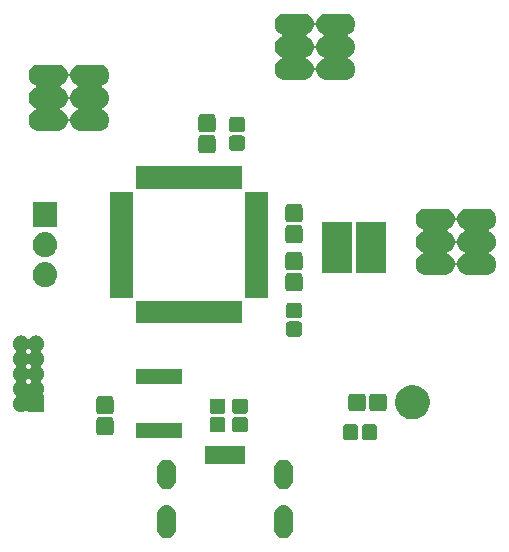
<source format=gts>
G04 #@! TF.GenerationSoftware,KiCad,Pcbnew,(5.1.0)-1*
G04 #@! TF.CreationDate,2019-04-02T16:52:53+02:00*
G04 #@! TF.ProjectId,FrogINT_PCBProto_V1811062154,46726f67-494e-4545-9f50-434250726f74,rev?*
G04 #@! TF.SameCoordinates,Original*
G04 #@! TF.FileFunction,Soldermask,Top*
G04 #@! TF.FilePolarity,Negative*
%FSLAX46Y46*%
G04 Gerber Fmt 4.6, Leading zero omitted, Abs format (unit mm)*
G04 Created by KiCad (PCBNEW (5.1.0)-1) date 2019-04-02 16:52:53*
%MOMM*%
%LPD*%
G04 APERTURE LIST*
%ADD10C,0.100000*%
G04 APERTURE END LIST*
D10*
G36*
X143706826Y-127061576D02*
G01*
X143857627Y-127107321D01*
X143857629Y-127107322D01*
X143996604Y-127181606D01*
X143996606Y-127181607D01*
X143996605Y-127181607D01*
X144118422Y-127281578D01*
X144200466Y-127381550D01*
X144218394Y-127403395D01*
X144292678Y-127542370D01*
X144292679Y-127542372D01*
X144338424Y-127693173D01*
X144350000Y-127810707D01*
X144350000Y-129089293D01*
X144338424Y-129206827D01*
X144292679Y-129357628D01*
X144292678Y-129357630D01*
X144218394Y-129496605D01*
X144118422Y-129618422D01*
X143996605Y-129718394D01*
X143857630Y-129792678D01*
X143857628Y-129792679D01*
X143706827Y-129838424D01*
X143550000Y-129853870D01*
X143393174Y-129838424D01*
X143242373Y-129792679D01*
X143242371Y-129792678D01*
X143103396Y-129718394D01*
X142981579Y-129618422D01*
X142881607Y-129496605D01*
X142807323Y-129357630D01*
X142807322Y-129357628D01*
X142761577Y-129206827D01*
X142750001Y-129089293D01*
X142750000Y-127810708D01*
X142761576Y-127693174D01*
X142807321Y-127542373D01*
X142881607Y-127403395D01*
X142981578Y-127281578D01*
X143103394Y-127181607D01*
X143103393Y-127181607D01*
X143103395Y-127181606D01*
X143242370Y-127107322D01*
X143242372Y-127107321D01*
X143393173Y-127061576D01*
X143550000Y-127046130D01*
X143706826Y-127061576D01*
X143706826Y-127061576D01*
G37*
G36*
X153606826Y-127061576D02*
G01*
X153757627Y-127107321D01*
X153757629Y-127107322D01*
X153896604Y-127181606D01*
X153896606Y-127181607D01*
X153896605Y-127181607D01*
X154018422Y-127281578D01*
X154100466Y-127381550D01*
X154118394Y-127403395D01*
X154192678Y-127542370D01*
X154192679Y-127542372D01*
X154238424Y-127693173D01*
X154250000Y-127810707D01*
X154250000Y-129089293D01*
X154238424Y-129206827D01*
X154192679Y-129357628D01*
X154192678Y-129357630D01*
X154118394Y-129496605D01*
X154018422Y-129618422D01*
X153896605Y-129718394D01*
X153757630Y-129792678D01*
X153757628Y-129792679D01*
X153606827Y-129838424D01*
X153450000Y-129853870D01*
X153293174Y-129838424D01*
X153142373Y-129792679D01*
X153142371Y-129792678D01*
X153003396Y-129718394D01*
X152881579Y-129618422D01*
X152781607Y-129496605D01*
X152707323Y-129357630D01*
X152707322Y-129357628D01*
X152661577Y-129206827D01*
X152650001Y-129089293D01*
X152650000Y-127810708D01*
X152661576Y-127693174D01*
X152707321Y-127542373D01*
X152781607Y-127403395D01*
X152881578Y-127281578D01*
X153003394Y-127181607D01*
X153003393Y-127181607D01*
X153003395Y-127181606D01*
X153142370Y-127107322D01*
X153142372Y-127107321D01*
X153293173Y-127061576D01*
X153450000Y-127046130D01*
X153606826Y-127061576D01*
X153606826Y-127061576D01*
G37*
G36*
X153606826Y-123211576D02*
G01*
X153757627Y-123257321D01*
X153757629Y-123257322D01*
X153896604Y-123331606D01*
X153896606Y-123331607D01*
X153896605Y-123331607D01*
X154018422Y-123431578D01*
X154100466Y-123531550D01*
X154118394Y-123553395D01*
X154192678Y-123692370D01*
X154192679Y-123692372D01*
X154238424Y-123843173D01*
X154250000Y-123960707D01*
X154250000Y-124939293D01*
X154238424Y-125056827D01*
X154192679Y-125207628D01*
X154192678Y-125207630D01*
X154118394Y-125346605D01*
X154018422Y-125468422D01*
X153896605Y-125568394D01*
X153757630Y-125642678D01*
X153757628Y-125642679D01*
X153606827Y-125688424D01*
X153450000Y-125703870D01*
X153293174Y-125688424D01*
X153142373Y-125642679D01*
X153142371Y-125642678D01*
X153003396Y-125568394D01*
X152881579Y-125468422D01*
X152781607Y-125346605D01*
X152707323Y-125207630D01*
X152707322Y-125207628D01*
X152661577Y-125056827D01*
X152650000Y-124939293D01*
X152650000Y-123960708D01*
X152661576Y-123843174D01*
X152707321Y-123692373D01*
X152781607Y-123553395D01*
X152881578Y-123431578D01*
X153003394Y-123331607D01*
X153003393Y-123331607D01*
X153003395Y-123331606D01*
X153142370Y-123257322D01*
X153142372Y-123257321D01*
X153293173Y-123211576D01*
X153450000Y-123196130D01*
X153606826Y-123211576D01*
X153606826Y-123211576D01*
G37*
G36*
X143706826Y-123211576D02*
G01*
X143857627Y-123257321D01*
X143857629Y-123257322D01*
X143996604Y-123331606D01*
X143996606Y-123331607D01*
X143996605Y-123331607D01*
X144118422Y-123431578D01*
X144200466Y-123531550D01*
X144218394Y-123553395D01*
X144292678Y-123692370D01*
X144292679Y-123692372D01*
X144338424Y-123843173D01*
X144350000Y-123960707D01*
X144350000Y-124939293D01*
X144338424Y-125056827D01*
X144292679Y-125207628D01*
X144292678Y-125207630D01*
X144218394Y-125346605D01*
X144118422Y-125468422D01*
X143996605Y-125568394D01*
X143857630Y-125642678D01*
X143857628Y-125642679D01*
X143706827Y-125688424D01*
X143550000Y-125703870D01*
X143393174Y-125688424D01*
X143242373Y-125642679D01*
X143242371Y-125642678D01*
X143103396Y-125568394D01*
X142981579Y-125468422D01*
X142881607Y-125346605D01*
X142807323Y-125207630D01*
X142807322Y-125207628D01*
X142761577Y-125056827D01*
X142750000Y-124939293D01*
X142750000Y-123960708D01*
X142761576Y-123843174D01*
X142807321Y-123692373D01*
X142881607Y-123553395D01*
X142981578Y-123431578D01*
X143103394Y-123331607D01*
X143103393Y-123331607D01*
X143103395Y-123331606D01*
X143242370Y-123257322D01*
X143242372Y-123257321D01*
X143393173Y-123211576D01*
X143550000Y-123196130D01*
X143706826Y-123211576D01*
X143706826Y-123211576D01*
G37*
G36*
X150225000Y-123580000D02*
G01*
X146775000Y-123580000D01*
X146775000Y-122080000D01*
X150225000Y-122080000D01*
X150225000Y-123580000D01*
X150225000Y-123580000D01*
G37*
G36*
X159573622Y-120205517D02*
G01*
X159621585Y-120220066D01*
X159665778Y-120243688D01*
X159704519Y-120275481D01*
X159736312Y-120314222D01*
X159759934Y-120358415D01*
X159774483Y-120406378D01*
X159780000Y-120462391D01*
X159780000Y-121287609D01*
X159774483Y-121343622D01*
X159759934Y-121391585D01*
X159736312Y-121435778D01*
X159704519Y-121474519D01*
X159665778Y-121506312D01*
X159621585Y-121529934D01*
X159573622Y-121544483D01*
X159517609Y-121550000D01*
X158767391Y-121550000D01*
X158711378Y-121544483D01*
X158663415Y-121529934D01*
X158619222Y-121506312D01*
X158580481Y-121474519D01*
X158548688Y-121435778D01*
X158525066Y-121391585D01*
X158510517Y-121343622D01*
X158505000Y-121287609D01*
X158505000Y-120462391D01*
X158510517Y-120406378D01*
X158525066Y-120358415D01*
X158548688Y-120314222D01*
X158580481Y-120275481D01*
X158619222Y-120243688D01*
X158663415Y-120220066D01*
X158711378Y-120205517D01*
X158767391Y-120200000D01*
X159517609Y-120200000D01*
X159573622Y-120205517D01*
X159573622Y-120205517D01*
G37*
G36*
X161148622Y-120205517D02*
G01*
X161196585Y-120220066D01*
X161240778Y-120243688D01*
X161279519Y-120275481D01*
X161311312Y-120314222D01*
X161334934Y-120358415D01*
X161349483Y-120406378D01*
X161355000Y-120462391D01*
X161355000Y-121287609D01*
X161349483Y-121343622D01*
X161334934Y-121391585D01*
X161311312Y-121435778D01*
X161279519Y-121474519D01*
X161240778Y-121506312D01*
X161196585Y-121529934D01*
X161148622Y-121544483D01*
X161092609Y-121550000D01*
X160342391Y-121550000D01*
X160286378Y-121544483D01*
X160238415Y-121529934D01*
X160194222Y-121506312D01*
X160155481Y-121474519D01*
X160123688Y-121435778D01*
X160100066Y-121391585D01*
X160085517Y-121343622D01*
X160080000Y-121287609D01*
X160080000Y-120462391D01*
X160085517Y-120406378D01*
X160100066Y-120358415D01*
X160123688Y-120314222D01*
X160155481Y-120275481D01*
X160194222Y-120243688D01*
X160238415Y-120220066D01*
X160286378Y-120205517D01*
X160342391Y-120200000D01*
X161092609Y-120200000D01*
X161148622Y-120205517D01*
X161148622Y-120205517D01*
G37*
G36*
X144827000Y-121387000D02*
G01*
X140997000Y-121387000D01*
X140997000Y-120137000D01*
X144827000Y-120137000D01*
X144827000Y-121387000D01*
X144827000Y-121387000D01*
G37*
G36*
X138839698Y-119608968D02*
G01*
X138892067Y-119624855D01*
X138940328Y-119650651D01*
X138982632Y-119685368D01*
X139017349Y-119727672D01*
X139043145Y-119775933D01*
X139059032Y-119828302D01*
X139065000Y-119888900D01*
X139065000Y-120842100D01*
X139059032Y-120902698D01*
X139043145Y-120955067D01*
X139017349Y-121003328D01*
X138982632Y-121045632D01*
X138940328Y-121080349D01*
X138892067Y-121106145D01*
X138839698Y-121122032D01*
X138779100Y-121128000D01*
X137900900Y-121128000D01*
X137840302Y-121122032D01*
X137787933Y-121106145D01*
X137739672Y-121080349D01*
X137697368Y-121045632D01*
X137662651Y-121003328D01*
X137636855Y-120955067D01*
X137620968Y-120902698D01*
X137615000Y-120842100D01*
X137615000Y-119888900D01*
X137620968Y-119828302D01*
X137636855Y-119775933D01*
X137662651Y-119727672D01*
X137697368Y-119685368D01*
X137739672Y-119650651D01*
X137787933Y-119624855D01*
X137840302Y-119608968D01*
X137900900Y-119603000D01*
X138779100Y-119603000D01*
X138839698Y-119608968D01*
X138839698Y-119608968D01*
G37*
G36*
X150238622Y-119607517D02*
G01*
X150286585Y-119622066D01*
X150330778Y-119645688D01*
X150369519Y-119677481D01*
X150401312Y-119716222D01*
X150424934Y-119760415D01*
X150439483Y-119808378D01*
X150445000Y-119864391D01*
X150445000Y-120614609D01*
X150439483Y-120670622D01*
X150424934Y-120718585D01*
X150401312Y-120762778D01*
X150369519Y-120801519D01*
X150330778Y-120833312D01*
X150286585Y-120856934D01*
X150238622Y-120871483D01*
X150182609Y-120877000D01*
X149357391Y-120877000D01*
X149301378Y-120871483D01*
X149253415Y-120856934D01*
X149209222Y-120833312D01*
X149170481Y-120801519D01*
X149138688Y-120762778D01*
X149115066Y-120718585D01*
X149100517Y-120670622D01*
X149095000Y-120614609D01*
X149095000Y-119864391D01*
X149100517Y-119808378D01*
X149115066Y-119760415D01*
X149138688Y-119716222D01*
X149170481Y-119677481D01*
X149209222Y-119645688D01*
X149253415Y-119622066D01*
X149301378Y-119607517D01*
X149357391Y-119602000D01*
X150182609Y-119602000D01*
X150238622Y-119607517D01*
X150238622Y-119607517D01*
G37*
G36*
X148333622Y-119607517D02*
G01*
X148381585Y-119622066D01*
X148425778Y-119645688D01*
X148464519Y-119677481D01*
X148496312Y-119716222D01*
X148519934Y-119760415D01*
X148534483Y-119808378D01*
X148540000Y-119864391D01*
X148540000Y-120614609D01*
X148534483Y-120670622D01*
X148519934Y-120718585D01*
X148496312Y-120762778D01*
X148464519Y-120801519D01*
X148425778Y-120833312D01*
X148381585Y-120856934D01*
X148333622Y-120871483D01*
X148277609Y-120877000D01*
X147452391Y-120877000D01*
X147396378Y-120871483D01*
X147348415Y-120856934D01*
X147304222Y-120833312D01*
X147265481Y-120801519D01*
X147233688Y-120762778D01*
X147210066Y-120718585D01*
X147195517Y-120670622D01*
X147190000Y-120614609D01*
X147190000Y-119864391D01*
X147195517Y-119808378D01*
X147210066Y-119760415D01*
X147233688Y-119716222D01*
X147265481Y-119677481D01*
X147304222Y-119645688D01*
X147348415Y-119622066D01*
X147396378Y-119607517D01*
X147452391Y-119602000D01*
X148277609Y-119602000D01*
X148333622Y-119607517D01*
X148333622Y-119607517D01*
G37*
G36*
X164797948Y-116940722D02*
G01*
X165061831Y-117050026D01*
X165061833Y-117050027D01*
X165299321Y-117208711D01*
X165501289Y-117410679D01*
X165652030Y-117636280D01*
X165659974Y-117648169D01*
X165769278Y-117912052D01*
X165825000Y-118192186D01*
X165825000Y-118477814D01*
X165769278Y-118757948D01*
X165659974Y-119021831D01*
X165659973Y-119021833D01*
X165501289Y-119259321D01*
X165299321Y-119461289D01*
X165061833Y-119619973D01*
X165061832Y-119619974D01*
X165061831Y-119619974D01*
X164797948Y-119729278D01*
X164517814Y-119785000D01*
X164232186Y-119785000D01*
X163952052Y-119729278D01*
X163688169Y-119619974D01*
X163688168Y-119619974D01*
X163688167Y-119619973D01*
X163450679Y-119461289D01*
X163248711Y-119259321D01*
X163090027Y-119021833D01*
X163090026Y-119021831D01*
X162980722Y-118757948D01*
X162925000Y-118477814D01*
X162925000Y-118192186D01*
X162980722Y-117912052D01*
X163090026Y-117648169D01*
X163097970Y-117636280D01*
X163248711Y-117410679D01*
X163450679Y-117208711D01*
X163688167Y-117050027D01*
X163688169Y-117050026D01*
X163952052Y-116940722D01*
X164232186Y-116885000D01*
X164517814Y-116885000D01*
X164797948Y-116940722D01*
X164797948Y-116940722D01*
G37*
G36*
X138839698Y-117833968D02*
G01*
X138892067Y-117849855D01*
X138940328Y-117875651D01*
X138982632Y-117910368D01*
X139017349Y-117952672D01*
X139043145Y-118000933D01*
X139059032Y-118053302D01*
X139065000Y-118113900D01*
X139065000Y-119067100D01*
X139059032Y-119127698D01*
X139043145Y-119180067D01*
X139017349Y-119228328D01*
X138982632Y-119270632D01*
X138940328Y-119305349D01*
X138892067Y-119331145D01*
X138839698Y-119347032D01*
X138779100Y-119353000D01*
X137900900Y-119353000D01*
X137840302Y-119347032D01*
X137787933Y-119331145D01*
X137739672Y-119305349D01*
X137697368Y-119270632D01*
X137662651Y-119228328D01*
X137636855Y-119180067D01*
X137620968Y-119127698D01*
X137615000Y-119067100D01*
X137615000Y-118113900D01*
X137620968Y-118053302D01*
X137636855Y-118000933D01*
X137662651Y-117952672D01*
X137697368Y-117910368D01*
X137739672Y-117875651D01*
X137787933Y-117849855D01*
X137840302Y-117833968D01*
X137900900Y-117828000D01*
X138779100Y-117828000D01*
X138839698Y-117833968D01*
X138839698Y-117833968D01*
G37*
G36*
X150238622Y-118032517D02*
G01*
X150286585Y-118047066D01*
X150330778Y-118070688D01*
X150369519Y-118102481D01*
X150401312Y-118141222D01*
X150424934Y-118185415D01*
X150439483Y-118233378D01*
X150445000Y-118289391D01*
X150445000Y-119039609D01*
X150439483Y-119095622D01*
X150424934Y-119143585D01*
X150401312Y-119187778D01*
X150369519Y-119226519D01*
X150330778Y-119258312D01*
X150286585Y-119281934D01*
X150238622Y-119296483D01*
X150182609Y-119302000D01*
X149357391Y-119302000D01*
X149301378Y-119296483D01*
X149253415Y-119281934D01*
X149209222Y-119258312D01*
X149170481Y-119226519D01*
X149138688Y-119187778D01*
X149115066Y-119143585D01*
X149100517Y-119095622D01*
X149095000Y-119039609D01*
X149095000Y-118289391D01*
X149100517Y-118233378D01*
X149115066Y-118185415D01*
X149138688Y-118141222D01*
X149170481Y-118102481D01*
X149209222Y-118070688D01*
X149253415Y-118047066D01*
X149301378Y-118032517D01*
X149357391Y-118027000D01*
X150182609Y-118027000D01*
X150238622Y-118032517D01*
X150238622Y-118032517D01*
G37*
G36*
X148333622Y-118032517D02*
G01*
X148381585Y-118047066D01*
X148425778Y-118070688D01*
X148464519Y-118102481D01*
X148496312Y-118141222D01*
X148519934Y-118185415D01*
X148534483Y-118233378D01*
X148540000Y-118289391D01*
X148540000Y-119039609D01*
X148534483Y-119095622D01*
X148519934Y-119143585D01*
X148496312Y-119187778D01*
X148464519Y-119226519D01*
X148425778Y-119258312D01*
X148381585Y-119281934D01*
X148333622Y-119296483D01*
X148277609Y-119302000D01*
X147452391Y-119302000D01*
X147396378Y-119296483D01*
X147348415Y-119281934D01*
X147304222Y-119258312D01*
X147265481Y-119226519D01*
X147233688Y-119187778D01*
X147210066Y-119143585D01*
X147195517Y-119095622D01*
X147190000Y-119039609D01*
X147190000Y-118289391D01*
X147195517Y-118233378D01*
X147210066Y-118185415D01*
X147233688Y-118141222D01*
X147265481Y-118102481D01*
X147304222Y-118070688D01*
X147348415Y-118047066D01*
X147396378Y-118032517D01*
X147452391Y-118027000D01*
X148277609Y-118027000D01*
X148333622Y-118032517D01*
X148333622Y-118032517D01*
G37*
G36*
X131432182Y-112708900D02*
G01*
X131559573Y-112761667D01*
X131571270Y-112769483D01*
X131674224Y-112838274D01*
X131771726Y-112935776D01*
X131771727Y-112935778D01*
X131774612Y-112938663D01*
X131793554Y-112954208D01*
X131815165Y-112965759D01*
X131838614Y-112972872D01*
X131863000Y-112975274D01*
X131887386Y-112972872D01*
X131910835Y-112965759D01*
X131932446Y-112954208D01*
X131951388Y-112938663D01*
X131954273Y-112935778D01*
X131954274Y-112935776D01*
X132051776Y-112838274D01*
X132154730Y-112769483D01*
X132166427Y-112761667D01*
X132293818Y-112708900D01*
X132429055Y-112682000D01*
X132566945Y-112682000D01*
X132702182Y-112708900D01*
X132829573Y-112761667D01*
X132841270Y-112769483D01*
X132944224Y-112838274D01*
X133041726Y-112935776D01*
X133068117Y-112975274D01*
X133118333Y-113050427D01*
X133171100Y-113177818D01*
X133198000Y-113313055D01*
X133198000Y-113450945D01*
X133171100Y-113586182D01*
X133118333Y-113713573D01*
X133118332Y-113713574D01*
X133041726Y-113828224D01*
X132944224Y-113925726D01*
X132944221Y-113925728D01*
X132941337Y-113928612D01*
X132925792Y-113947554D01*
X132914241Y-113969165D01*
X132907128Y-113992614D01*
X132904726Y-114017000D01*
X132907128Y-114041386D01*
X132914241Y-114064835D01*
X132925792Y-114086446D01*
X132941337Y-114105388D01*
X132944221Y-114108272D01*
X132944224Y-114108274D01*
X133041726Y-114205776D01*
X133068117Y-114245274D01*
X133118333Y-114320427D01*
X133171100Y-114447818D01*
X133198000Y-114583055D01*
X133198000Y-114720945D01*
X133171100Y-114856182D01*
X133118333Y-114983573D01*
X133118332Y-114983574D01*
X133041726Y-115098224D01*
X132944224Y-115195726D01*
X132944221Y-115195728D01*
X132941337Y-115198612D01*
X132925792Y-115217554D01*
X132914241Y-115239165D01*
X132907128Y-115262614D01*
X132904726Y-115287000D01*
X132907128Y-115311386D01*
X132914241Y-115334835D01*
X132925792Y-115356446D01*
X132941337Y-115375388D01*
X132944221Y-115378272D01*
X132944224Y-115378274D01*
X133041726Y-115475776D01*
X133068117Y-115515274D01*
X133118333Y-115590427D01*
X133171100Y-115717818D01*
X133198000Y-115853055D01*
X133198000Y-115990945D01*
X133171100Y-116126182D01*
X133118333Y-116253573D01*
X133118332Y-116253574D01*
X133041726Y-116368224D01*
X132944224Y-116465726D01*
X132944221Y-116465728D01*
X132941337Y-116468612D01*
X132925792Y-116487554D01*
X132914241Y-116509165D01*
X132907128Y-116532614D01*
X132904726Y-116557000D01*
X132907128Y-116581386D01*
X132914241Y-116604835D01*
X132925792Y-116626446D01*
X132941337Y-116645388D01*
X132944221Y-116648272D01*
X132944224Y-116648274D01*
X133041726Y-116745776D01*
X133068117Y-116785274D01*
X133118333Y-116860427D01*
X133171100Y-116987818D01*
X133198000Y-117123055D01*
X133198000Y-117260945D01*
X133171100Y-117396182D01*
X133118333Y-117523573D01*
X133088945Y-117567555D01*
X133077394Y-117589165D01*
X133070281Y-117612614D01*
X133067879Y-117637000D01*
X133070281Y-117661387D01*
X133077394Y-117684836D01*
X133088945Y-117706446D01*
X133104490Y-117725388D01*
X133123432Y-117740934D01*
X133145042Y-117752485D01*
X133168491Y-117759598D01*
X133192878Y-117762000D01*
X133198000Y-117762000D01*
X133198000Y-119162000D01*
X131798000Y-119162000D01*
X131798000Y-119156878D01*
X131795598Y-119132492D01*
X131788485Y-119109043D01*
X131776934Y-119087432D01*
X131761389Y-119068490D01*
X131742447Y-119052945D01*
X131720836Y-119041394D01*
X131697387Y-119034281D01*
X131673001Y-119031879D01*
X131648615Y-119034281D01*
X131625166Y-119041394D01*
X131603555Y-119052945D01*
X131559573Y-119082333D01*
X131432182Y-119135100D01*
X131296945Y-119162000D01*
X131159055Y-119162000D01*
X131023818Y-119135100D01*
X130896427Y-119082333D01*
X130805879Y-119021831D01*
X130781776Y-119005726D01*
X130684274Y-118908224D01*
X130607668Y-118793574D01*
X130607667Y-118793573D01*
X130554900Y-118666182D01*
X130528000Y-118530945D01*
X130528000Y-118393055D01*
X130554900Y-118257818D01*
X130607667Y-118130427D01*
X130673088Y-118032517D01*
X130684274Y-118015776D01*
X130781776Y-117918274D01*
X130781779Y-117918272D01*
X130784663Y-117915388D01*
X130800208Y-117896446D01*
X130811759Y-117874835D01*
X130818872Y-117851386D01*
X130821274Y-117827000D01*
X130818872Y-117802614D01*
X130811759Y-117779165D01*
X130800208Y-117757554D01*
X130784663Y-117738612D01*
X130781779Y-117735728D01*
X130781776Y-117735726D01*
X130684274Y-117638224D01*
X130607668Y-117523574D01*
X130607667Y-117523573D01*
X130554900Y-117396182D01*
X130528000Y-117260945D01*
X130528000Y-117123055D01*
X130554900Y-116987818D01*
X130607667Y-116860427D01*
X130657883Y-116785274D01*
X130684274Y-116745776D01*
X130781776Y-116648274D01*
X130781779Y-116648272D01*
X130784663Y-116645388D01*
X130800208Y-116626446D01*
X130811759Y-116604835D01*
X130818872Y-116581386D01*
X130821274Y-116557000D01*
X131634726Y-116557000D01*
X131637128Y-116581386D01*
X131644241Y-116604835D01*
X131655792Y-116626446D01*
X131671337Y-116645388D01*
X131674221Y-116648272D01*
X131674224Y-116648274D01*
X131771726Y-116745776D01*
X131771727Y-116745778D01*
X131774612Y-116748663D01*
X131793554Y-116764208D01*
X131815165Y-116775759D01*
X131838614Y-116782872D01*
X131863000Y-116785274D01*
X131887386Y-116782872D01*
X131910835Y-116775759D01*
X131932446Y-116764208D01*
X131951388Y-116748663D01*
X131954273Y-116745778D01*
X131954274Y-116745776D01*
X132051776Y-116648274D01*
X132051779Y-116648272D01*
X132054663Y-116645388D01*
X132070208Y-116626446D01*
X132081759Y-116604835D01*
X132088872Y-116581386D01*
X132091274Y-116557000D01*
X132088872Y-116532614D01*
X132081759Y-116509165D01*
X132070208Y-116487554D01*
X132054663Y-116468612D01*
X132051779Y-116465728D01*
X132051776Y-116465726D01*
X131954274Y-116368224D01*
X131954272Y-116368221D01*
X131951388Y-116365337D01*
X131932446Y-116349792D01*
X131910835Y-116338241D01*
X131887386Y-116331128D01*
X131863000Y-116328726D01*
X131838614Y-116331128D01*
X131815165Y-116338241D01*
X131793554Y-116349792D01*
X131774612Y-116365337D01*
X131771728Y-116368221D01*
X131771726Y-116368224D01*
X131674224Y-116465726D01*
X131674221Y-116465728D01*
X131671337Y-116468612D01*
X131655792Y-116487554D01*
X131644241Y-116509165D01*
X131637128Y-116532614D01*
X131634726Y-116557000D01*
X130821274Y-116557000D01*
X130818872Y-116532614D01*
X130811759Y-116509165D01*
X130800208Y-116487554D01*
X130784663Y-116468612D01*
X130781779Y-116465728D01*
X130781776Y-116465726D01*
X130684274Y-116368224D01*
X130607668Y-116253574D01*
X130607667Y-116253573D01*
X130554900Y-116126182D01*
X130528000Y-115990945D01*
X130528000Y-115853055D01*
X130554900Y-115717818D01*
X130607667Y-115590427D01*
X130657883Y-115515274D01*
X130684274Y-115475776D01*
X130781776Y-115378274D01*
X130781779Y-115378272D01*
X130784663Y-115375388D01*
X130800208Y-115356446D01*
X130811759Y-115334835D01*
X130818872Y-115311386D01*
X130821274Y-115287000D01*
X131634726Y-115287000D01*
X131637128Y-115311386D01*
X131644241Y-115334835D01*
X131655792Y-115356446D01*
X131671337Y-115375388D01*
X131674221Y-115378272D01*
X131674224Y-115378274D01*
X131771726Y-115475776D01*
X131771727Y-115475778D01*
X131774612Y-115478663D01*
X131793554Y-115494208D01*
X131815165Y-115505759D01*
X131838614Y-115512872D01*
X131863000Y-115515274D01*
X131887386Y-115512872D01*
X131910835Y-115505759D01*
X131932446Y-115494208D01*
X131951388Y-115478663D01*
X131954273Y-115475778D01*
X131954274Y-115475776D01*
X132051776Y-115378274D01*
X132051779Y-115378272D01*
X132054663Y-115375388D01*
X132070208Y-115356446D01*
X132081759Y-115334835D01*
X132088872Y-115311386D01*
X132091274Y-115287000D01*
X132088872Y-115262614D01*
X132081759Y-115239165D01*
X132070208Y-115217554D01*
X132054663Y-115198612D01*
X132051779Y-115195728D01*
X132051776Y-115195726D01*
X131954274Y-115098224D01*
X131954272Y-115098221D01*
X131951388Y-115095337D01*
X131932446Y-115079792D01*
X131910835Y-115068241D01*
X131887386Y-115061128D01*
X131863000Y-115058726D01*
X131838614Y-115061128D01*
X131815165Y-115068241D01*
X131793554Y-115079792D01*
X131774612Y-115095337D01*
X131771728Y-115098221D01*
X131771726Y-115098224D01*
X131674224Y-115195726D01*
X131674221Y-115195728D01*
X131671337Y-115198612D01*
X131655792Y-115217554D01*
X131644241Y-115239165D01*
X131637128Y-115262614D01*
X131634726Y-115287000D01*
X130821274Y-115287000D01*
X130818872Y-115262614D01*
X130811759Y-115239165D01*
X130800208Y-115217554D01*
X130784663Y-115198612D01*
X130781779Y-115195728D01*
X130781776Y-115195726D01*
X130684274Y-115098224D01*
X130607668Y-114983574D01*
X130607667Y-114983573D01*
X130554900Y-114856182D01*
X130528000Y-114720945D01*
X130528000Y-114583055D01*
X130554900Y-114447818D01*
X130607667Y-114320427D01*
X130657883Y-114245274D01*
X130684274Y-114205776D01*
X130781776Y-114108274D01*
X130781779Y-114108272D01*
X130784663Y-114105388D01*
X130800208Y-114086446D01*
X130811759Y-114064835D01*
X130818872Y-114041386D01*
X130821274Y-114017000D01*
X131634726Y-114017000D01*
X131637128Y-114041386D01*
X131644241Y-114064835D01*
X131655792Y-114086446D01*
X131671337Y-114105388D01*
X131674221Y-114108272D01*
X131674224Y-114108274D01*
X131771726Y-114205776D01*
X131771727Y-114205778D01*
X131774612Y-114208663D01*
X131793554Y-114224208D01*
X131815165Y-114235759D01*
X131838614Y-114242872D01*
X131863000Y-114245274D01*
X131887386Y-114242872D01*
X131910835Y-114235759D01*
X131932446Y-114224208D01*
X131951388Y-114208663D01*
X131954273Y-114205778D01*
X131954274Y-114205776D01*
X132051776Y-114108274D01*
X132051779Y-114108272D01*
X132054663Y-114105388D01*
X132070208Y-114086446D01*
X132081759Y-114064835D01*
X132088872Y-114041386D01*
X132091274Y-114017000D01*
X132088872Y-113992614D01*
X132081759Y-113969165D01*
X132070208Y-113947554D01*
X132054663Y-113928612D01*
X132051779Y-113925728D01*
X132051776Y-113925726D01*
X131954274Y-113828224D01*
X131954272Y-113828221D01*
X131951388Y-113825337D01*
X131932446Y-113809792D01*
X131910835Y-113798241D01*
X131887386Y-113791128D01*
X131863000Y-113788726D01*
X131838614Y-113791128D01*
X131815165Y-113798241D01*
X131793554Y-113809792D01*
X131774612Y-113825337D01*
X131771728Y-113828221D01*
X131771726Y-113828224D01*
X131674224Y-113925726D01*
X131674221Y-113925728D01*
X131671337Y-113928612D01*
X131655792Y-113947554D01*
X131644241Y-113969165D01*
X131637128Y-113992614D01*
X131634726Y-114017000D01*
X130821274Y-114017000D01*
X130818872Y-113992614D01*
X130811759Y-113969165D01*
X130800208Y-113947554D01*
X130784663Y-113928612D01*
X130781779Y-113925728D01*
X130781776Y-113925726D01*
X130684274Y-113828224D01*
X130607668Y-113713574D01*
X130607667Y-113713573D01*
X130554900Y-113586182D01*
X130528000Y-113450945D01*
X130528000Y-113313055D01*
X130554900Y-113177818D01*
X130607667Y-113050427D01*
X130657883Y-112975274D01*
X130684274Y-112935776D01*
X130781776Y-112838274D01*
X130884730Y-112769483D01*
X130896427Y-112761667D01*
X131023818Y-112708900D01*
X131159055Y-112682000D01*
X131296945Y-112682000D01*
X131432182Y-112708900D01*
X131432182Y-112708900D01*
G37*
G36*
X160214698Y-117615968D02*
G01*
X160267067Y-117631855D01*
X160315328Y-117657651D01*
X160357632Y-117692368D01*
X160392349Y-117734672D01*
X160418145Y-117782933D01*
X160434032Y-117835302D01*
X160440000Y-117895900D01*
X160440000Y-118774100D01*
X160434032Y-118834698D01*
X160418145Y-118887067D01*
X160392349Y-118935328D01*
X160357632Y-118977632D01*
X160315328Y-119012349D01*
X160267067Y-119038145D01*
X160214698Y-119054032D01*
X160154100Y-119060000D01*
X159200900Y-119060000D01*
X159140302Y-119054032D01*
X159087933Y-119038145D01*
X159039672Y-119012349D01*
X158997368Y-118977632D01*
X158962651Y-118935328D01*
X158936855Y-118887067D01*
X158920968Y-118834698D01*
X158915000Y-118774100D01*
X158915000Y-117895900D01*
X158920968Y-117835302D01*
X158936855Y-117782933D01*
X158962651Y-117734672D01*
X158997368Y-117692368D01*
X159039672Y-117657651D01*
X159087933Y-117631855D01*
X159140302Y-117615968D01*
X159200900Y-117610000D01*
X160154100Y-117610000D01*
X160214698Y-117615968D01*
X160214698Y-117615968D01*
G37*
G36*
X161989698Y-117615968D02*
G01*
X162042067Y-117631855D01*
X162090328Y-117657651D01*
X162132632Y-117692368D01*
X162167349Y-117734672D01*
X162193145Y-117782933D01*
X162209032Y-117835302D01*
X162215000Y-117895900D01*
X162215000Y-118774100D01*
X162209032Y-118834698D01*
X162193145Y-118887067D01*
X162167349Y-118935328D01*
X162132632Y-118977632D01*
X162090328Y-119012349D01*
X162042067Y-119038145D01*
X161989698Y-119054032D01*
X161929100Y-119060000D01*
X160975900Y-119060000D01*
X160915302Y-119054032D01*
X160862933Y-119038145D01*
X160814672Y-119012349D01*
X160772368Y-118977632D01*
X160737651Y-118935328D01*
X160711855Y-118887067D01*
X160695968Y-118834698D01*
X160690000Y-118774100D01*
X160690000Y-117895900D01*
X160695968Y-117835302D01*
X160711855Y-117782933D01*
X160737651Y-117734672D01*
X160772368Y-117692368D01*
X160814672Y-117657651D01*
X160862933Y-117631855D01*
X160915302Y-117615968D01*
X160975900Y-117610000D01*
X161929100Y-117610000D01*
X161989698Y-117615968D01*
X161989698Y-117615968D01*
G37*
G36*
X144827000Y-116787000D02*
G01*
X140997000Y-116787000D01*
X140997000Y-115537000D01*
X144827000Y-115537000D01*
X144827000Y-116787000D01*
X144827000Y-116787000D01*
G37*
G36*
X154810622Y-111505517D02*
G01*
X154858585Y-111520066D01*
X154902778Y-111543688D01*
X154941519Y-111575481D01*
X154973312Y-111614222D01*
X154996934Y-111658415D01*
X155011483Y-111706378D01*
X155017000Y-111762391D01*
X155017000Y-112512609D01*
X155011483Y-112568622D01*
X154996934Y-112616585D01*
X154973312Y-112660778D01*
X154941519Y-112699519D01*
X154902778Y-112731312D01*
X154858585Y-112754934D01*
X154810622Y-112769483D01*
X154754609Y-112775000D01*
X153929391Y-112775000D01*
X153873378Y-112769483D01*
X153825415Y-112754934D01*
X153781222Y-112731312D01*
X153742481Y-112699519D01*
X153710688Y-112660778D01*
X153687066Y-112616585D01*
X153672517Y-112568622D01*
X153667000Y-112512609D01*
X153667000Y-111762391D01*
X153672517Y-111706378D01*
X153687066Y-111658415D01*
X153710688Y-111614222D01*
X153742481Y-111575481D01*
X153781222Y-111543688D01*
X153825415Y-111520066D01*
X153873378Y-111505517D01*
X153929391Y-111500000D01*
X154754609Y-111500000D01*
X154810622Y-111505517D01*
X154810622Y-111505517D01*
G37*
G36*
X149927000Y-111650000D02*
G01*
X140977000Y-111650000D01*
X140977000Y-109750000D01*
X149927000Y-109750000D01*
X149927000Y-111650000D01*
X149927000Y-111650000D01*
G37*
G36*
X154810622Y-109930517D02*
G01*
X154858585Y-109945066D01*
X154902778Y-109968688D01*
X154941519Y-110000481D01*
X154973312Y-110039222D01*
X154996934Y-110083415D01*
X155011483Y-110131378D01*
X155017000Y-110187391D01*
X155017000Y-110937609D01*
X155011483Y-110993622D01*
X154996934Y-111041585D01*
X154973312Y-111085778D01*
X154941519Y-111124519D01*
X154902778Y-111156312D01*
X154858585Y-111179934D01*
X154810622Y-111194483D01*
X154754609Y-111200000D01*
X153929391Y-111200000D01*
X153873378Y-111194483D01*
X153825415Y-111179934D01*
X153781222Y-111156312D01*
X153742481Y-111124519D01*
X153710688Y-111085778D01*
X153687066Y-111041585D01*
X153672517Y-110993622D01*
X153667000Y-110937609D01*
X153667000Y-110187391D01*
X153672517Y-110131378D01*
X153687066Y-110083415D01*
X153710688Y-110039222D01*
X153742481Y-110000481D01*
X153781222Y-109968688D01*
X153825415Y-109945066D01*
X153873378Y-109930517D01*
X153929391Y-109925000D01*
X154754609Y-109925000D01*
X154810622Y-109930517D01*
X154810622Y-109930517D01*
G37*
G36*
X152102000Y-109475000D02*
G01*
X150202000Y-109475000D01*
X150202000Y-100525000D01*
X152102000Y-100525000D01*
X152102000Y-109475000D01*
X152102000Y-109475000D01*
G37*
G36*
X140702000Y-109475000D02*
G01*
X138802000Y-109475000D01*
X138802000Y-100525000D01*
X140702000Y-100525000D01*
X140702000Y-109475000D01*
X140702000Y-109475000D01*
G37*
G36*
X154841698Y-107416968D02*
G01*
X154894067Y-107432855D01*
X154942328Y-107458651D01*
X154984632Y-107493368D01*
X155019349Y-107535672D01*
X155045145Y-107583933D01*
X155061032Y-107636302D01*
X155067000Y-107696900D01*
X155067000Y-108650100D01*
X155061032Y-108710698D01*
X155045145Y-108763067D01*
X155019349Y-108811328D01*
X154984632Y-108853632D01*
X154942328Y-108888349D01*
X154894067Y-108914145D01*
X154841698Y-108930032D01*
X154781100Y-108936000D01*
X153902900Y-108936000D01*
X153842302Y-108930032D01*
X153789933Y-108914145D01*
X153741672Y-108888349D01*
X153699368Y-108853632D01*
X153664651Y-108811328D01*
X153638855Y-108763067D01*
X153622968Y-108710698D01*
X153617000Y-108650100D01*
X153617000Y-107696900D01*
X153622968Y-107636302D01*
X153638855Y-107583933D01*
X153664651Y-107535672D01*
X153699368Y-107493368D01*
X153741672Y-107458651D01*
X153789933Y-107432855D01*
X153842302Y-107416968D01*
X153902900Y-107411000D01*
X154781100Y-107411000D01*
X154841698Y-107416968D01*
X154841698Y-107416968D01*
G37*
G36*
X133388707Y-106497596D02*
G01*
X133465836Y-106505193D01*
X133660116Y-106564127D01*
X133663765Y-106565234D01*
X133846170Y-106662732D01*
X134006055Y-106793945D01*
X134137268Y-106953830D01*
X134234766Y-107136235D01*
X134234767Y-107136238D01*
X134294807Y-107334164D01*
X134315080Y-107540000D01*
X134294807Y-107745836D01*
X134234767Y-107943762D01*
X134234766Y-107943765D01*
X134137268Y-108126170D01*
X134006055Y-108286055D01*
X133846170Y-108417268D01*
X133663765Y-108514766D01*
X133663762Y-108514767D01*
X133465836Y-108574807D01*
X133388707Y-108582404D01*
X133311580Y-108590000D01*
X133208420Y-108590000D01*
X133131293Y-108582404D01*
X133054164Y-108574807D01*
X132856238Y-108514767D01*
X132856235Y-108514766D01*
X132673830Y-108417268D01*
X132513945Y-108286055D01*
X132382732Y-108126170D01*
X132285234Y-107943765D01*
X132285233Y-107943762D01*
X132225193Y-107745836D01*
X132204920Y-107540000D01*
X132225193Y-107334164D01*
X132285233Y-107136238D01*
X132285234Y-107136235D01*
X132382732Y-106953830D01*
X132513945Y-106793945D01*
X132673830Y-106662732D01*
X132856235Y-106565234D01*
X132859884Y-106564127D01*
X133054164Y-106505193D01*
X133131293Y-106497596D01*
X133208420Y-106490000D01*
X133311580Y-106490000D01*
X133388707Y-106497596D01*
X133388707Y-106497596D01*
G37*
G36*
X167224427Y-101959022D02*
G01*
X167224430Y-101959023D01*
X167224431Y-101959023D01*
X167394081Y-102010486D01*
X167394083Y-102010487D01*
X167394086Y-102010488D01*
X167550431Y-102094056D01*
X167687475Y-102206525D01*
X167799944Y-102343569D01*
X167883515Y-102499919D01*
X167938384Y-102680797D01*
X167947761Y-102703435D01*
X167961375Y-102723810D01*
X167978702Y-102741137D01*
X167999076Y-102754750D01*
X168021715Y-102764128D01*
X168045748Y-102768908D01*
X168070252Y-102768908D01*
X168094286Y-102764127D01*
X168116924Y-102754750D01*
X168137299Y-102741136D01*
X168154626Y-102723809D01*
X168168239Y-102703435D01*
X168177616Y-102680797D01*
X168232485Y-102499919D01*
X168316056Y-102343569D01*
X168428525Y-102206525D01*
X168565569Y-102094056D01*
X168721914Y-102010488D01*
X168721917Y-102010487D01*
X168721919Y-102010486D01*
X168891569Y-101959023D01*
X168891570Y-101959023D01*
X168891573Y-101959022D01*
X169023789Y-101946000D01*
X170612211Y-101946000D01*
X170744427Y-101959022D01*
X170744430Y-101959023D01*
X170744431Y-101959023D01*
X170914081Y-102010486D01*
X170914083Y-102010487D01*
X170914086Y-102010488D01*
X171070431Y-102094056D01*
X171207475Y-102206525D01*
X171319944Y-102343569D01*
X171403512Y-102499914D01*
X171454978Y-102669573D01*
X171472354Y-102846000D01*
X171454978Y-103022427D01*
X171454977Y-103022430D01*
X171454977Y-103022431D01*
X171432357Y-103097000D01*
X171403512Y-103192086D01*
X171319944Y-103348431D01*
X171207475Y-103485475D01*
X171070431Y-103597944D01*
X170906137Y-103685761D01*
X170885763Y-103699374D01*
X170868436Y-103716701D01*
X170854822Y-103737076D01*
X170845444Y-103759715D01*
X170840664Y-103783748D01*
X170840664Y-103808252D01*
X170845444Y-103832285D01*
X170854822Y-103854924D01*
X170868435Y-103875298D01*
X170885762Y-103892625D01*
X170906137Y-103906239D01*
X171070431Y-103994056D01*
X171207475Y-104106525D01*
X171319944Y-104243569D01*
X171403512Y-104399914D01*
X171403513Y-104399917D01*
X171403514Y-104399919D01*
X171441457Y-104525000D01*
X171454978Y-104569573D01*
X171472354Y-104746000D01*
X171454978Y-104922427D01*
X171454977Y-104922430D01*
X171454977Y-104922431D01*
X171431447Y-105000000D01*
X171403512Y-105092086D01*
X171319944Y-105248431D01*
X171207475Y-105385475D01*
X171070431Y-105497944D01*
X170906137Y-105585761D01*
X170885763Y-105599374D01*
X170868436Y-105616701D01*
X170854822Y-105637076D01*
X170845444Y-105659715D01*
X170840664Y-105683748D01*
X170840664Y-105708252D01*
X170845444Y-105732285D01*
X170854822Y-105754924D01*
X170868435Y-105775298D01*
X170885762Y-105792625D01*
X170906137Y-105806239D01*
X171070431Y-105894056D01*
X171207475Y-106006525D01*
X171319944Y-106143569D01*
X171403512Y-106299914D01*
X171454978Y-106469573D01*
X171472354Y-106646000D01*
X171454978Y-106822427D01*
X171454977Y-106822430D01*
X171454977Y-106822431D01*
X171404732Y-106988067D01*
X171403512Y-106992086D01*
X171319944Y-107148431D01*
X171207475Y-107285475D01*
X171070431Y-107397944D01*
X170914086Y-107481512D01*
X170914083Y-107481513D01*
X170914081Y-107481514D01*
X170744431Y-107532977D01*
X170744430Y-107532977D01*
X170744427Y-107532978D01*
X170612211Y-107546000D01*
X169023789Y-107546000D01*
X168891573Y-107532978D01*
X168891570Y-107532977D01*
X168891569Y-107532977D01*
X168721919Y-107481514D01*
X168721917Y-107481513D01*
X168721914Y-107481512D01*
X168565569Y-107397944D01*
X168428525Y-107285475D01*
X168316056Y-107148431D01*
X168232485Y-106992081D01*
X168177616Y-106811203D01*
X168168239Y-106788565D01*
X168154625Y-106768190D01*
X168137298Y-106750863D01*
X168116924Y-106737250D01*
X168094285Y-106727872D01*
X168070252Y-106723092D01*
X168045748Y-106723092D01*
X168021714Y-106727873D01*
X167999076Y-106737250D01*
X167978701Y-106750864D01*
X167961374Y-106768191D01*
X167947761Y-106788565D01*
X167938384Y-106811203D01*
X167883515Y-106992081D01*
X167799944Y-107148431D01*
X167687475Y-107285475D01*
X167550431Y-107397944D01*
X167394086Y-107481512D01*
X167394083Y-107481513D01*
X167394081Y-107481514D01*
X167224431Y-107532977D01*
X167224430Y-107532977D01*
X167224427Y-107532978D01*
X167092211Y-107546000D01*
X165503789Y-107546000D01*
X165371573Y-107532978D01*
X165371570Y-107532977D01*
X165371569Y-107532977D01*
X165201919Y-107481514D01*
X165201917Y-107481513D01*
X165201914Y-107481512D01*
X165045569Y-107397944D01*
X164908525Y-107285475D01*
X164796056Y-107148431D01*
X164712488Y-106992086D01*
X164711269Y-106988067D01*
X164661023Y-106822431D01*
X164661023Y-106822430D01*
X164661022Y-106822427D01*
X164643646Y-106646000D01*
X164661022Y-106469573D01*
X164712488Y-106299914D01*
X164796056Y-106143569D01*
X164908525Y-106006525D01*
X165045569Y-105894056D01*
X165209863Y-105806239D01*
X165230237Y-105792626D01*
X165247564Y-105775299D01*
X165261178Y-105754924D01*
X165270556Y-105732285D01*
X165275336Y-105708252D01*
X165275336Y-105683748D01*
X167320664Y-105683748D01*
X167320664Y-105708252D01*
X167325444Y-105732285D01*
X167334822Y-105754924D01*
X167348435Y-105775298D01*
X167365762Y-105792625D01*
X167386137Y-105806239D01*
X167550431Y-105894056D01*
X167687475Y-106006525D01*
X167799944Y-106143569D01*
X167883515Y-106299919D01*
X167938384Y-106480797D01*
X167947761Y-106503435D01*
X167961375Y-106523810D01*
X167978702Y-106541137D01*
X167999076Y-106554750D01*
X168021715Y-106564128D01*
X168045748Y-106568908D01*
X168070252Y-106568908D01*
X168094286Y-106564127D01*
X168116924Y-106554750D01*
X168137299Y-106541136D01*
X168154626Y-106523809D01*
X168168239Y-106503435D01*
X168177616Y-106480797D01*
X168232485Y-106299919D01*
X168316056Y-106143569D01*
X168428525Y-106006525D01*
X168565569Y-105894056D01*
X168729863Y-105806239D01*
X168750237Y-105792626D01*
X168767564Y-105775299D01*
X168781178Y-105754924D01*
X168790556Y-105732285D01*
X168795336Y-105708252D01*
X168795336Y-105683748D01*
X168790556Y-105659715D01*
X168781178Y-105637076D01*
X168767565Y-105616702D01*
X168750238Y-105599375D01*
X168729863Y-105585761D01*
X168565569Y-105497944D01*
X168428525Y-105385475D01*
X168316056Y-105248431D01*
X168232485Y-105092081D01*
X168177616Y-104911203D01*
X168168239Y-104888565D01*
X168154625Y-104868190D01*
X168137298Y-104850863D01*
X168116924Y-104837250D01*
X168094285Y-104827872D01*
X168070252Y-104823092D01*
X168045748Y-104823092D01*
X168021714Y-104827873D01*
X167999076Y-104837250D01*
X167978701Y-104850864D01*
X167961374Y-104868191D01*
X167947761Y-104888565D01*
X167938384Y-104911203D01*
X167883515Y-105092081D01*
X167799944Y-105248431D01*
X167687475Y-105385475D01*
X167550431Y-105497944D01*
X167386137Y-105585761D01*
X167365763Y-105599374D01*
X167348436Y-105616701D01*
X167334822Y-105637076D01*
X167325444Y-105659715D01*
X167320664Y-105683748D01*
X165275336Y-105683748D01*
X165270556Y-105659715D01*
X165261178Y-105637076D01*
X165247565Y-105616702D01*
X165230238Y-105599375D01*
X165209863Y-105585761D01*
X165045569Y-105497944D01*
X164908525Y-105385475D01*
X164796056Y-105248431D01*
X164712488Y-105092086D01*
X164684554Y-105000000D01*
X164661023Y-104922431D01*
X164661023Y-104922430D01*
X164661022Y-104922427D01*
X164643646Y-104746000D01*
X164661022Y-104569573D01*
X164674543Y-104525000D01*
X164712486Y-104399919D01*
X164712487Y-104399917D01*
X164712488Y-104399914D01*
X164796056Y-104243569D01*
X164908525Y-104106525D01*
X165045569Y-103994056D01*
X165209863Y-103906239D01*
X165230237Y-103892626D01*
X165247564Y-103875299D01*
X165261178Y-103854924D01*
X165270556Y-103832285D01*
X165275336Y-103808252D01*
X165275336Y-103783748D01*
X167320664Y-103783748D01*
X167320664Y-103808252D01*
X167325444Y-103832285D01*
X167334822Y-103854924D01*
X167348435Y-103875298D01*
X167365762Y-103892625D01*
X167386137Y-103906239D01*
X167550431Y-103994056D01*
X167687475Y-104106525D01*
X167799944Y-104243569D01*
X167883515Y-104399919D01*
X167938384Y-104580797D01*
X167947761Y-104603435D01*
X167961375Y-104623810D01*
X167978702Y-104641137D01*
X167999076Y-104654750D01*
X168021715Y-104664128D01*
X168045748Y-104668908D01*
X168070252Y-104668908D01*
X168094286Y-104664127D01*
X168116924Y-104654750D01*
X168137299Y-104641136D01*
X168154626Y-104623809D01*
X168168239Y-104603435D01*
X168177616Y-104580797D01*
X168232485Y-104399919D01*
X168316056Y-104243569D01*
X168428525Y-104106525D01*
X168565569Y-103994056D01*
X168729863Y-103906239D01*
X168750237Y-103892626D01*
X168767564Y-103875299D01*
X168781178Y-103854924D01*
X168790556Y-103832285D01*
X168795336Y-103808252D01*
X168795336Y-103783748D01*
X168790556Y-103759715D01*
X168781178Y-103737076D01*
X168767565Y-103716702D01*
X168750238Y-103699375D01*
X168729863Y-103685761D01*
X168565569Y-103597944D01*
X168428525Y-103485475D01*
X168316056Y-103348431D01*
X168232485Y-103192081D01*
X168177616Y-103011203D01*
X168168239Y-102988565D01*
X168154625Y-102968190D01*
X168137298Y-102950863D01*
X168116924Y-102937250D01*
X168094285Y-102927872D01*
X168070252Y-102923092D01*
X168045748Y-102923092D01*
X168021714Y-102927873D01*
X167999076Y-102937250D01*
X167978701Y-102950864D01*
X167961374Y-102968191D01*
X167947761Y-102988565D01*
X167938384Y-103011203D01*
X167883515Y-103192081D01*
X167799944Y-103348431D01*
X167687475Y-103485475D01*
X167550431Y-103597944D01*
X167386137Y-103685761D01*
X167365763Y-103699374D01*
X167348436Y-103716701D01*
X167334822Y-103737076D01*
X167325444Y-103759715D01*
X167320664Y-103783748D01*
X165275336Y-103783748D01*
X165270556Y-103759715D01*
X165261178Y-103737076D01*
X165247565Y-103716702D01*
X165230238Y-103699375D01*
X165209863Y-103685761D01*
X165045569Y-103597944D01*
X164908525Y-103485475D01*
X164796056Y-103348431D01*
X164712488Y-103192086D01*
X164683644Y-103097000D01*
X164661023Y-103022431D01*
X164661023Y-103022430D01*
X164661022Y-103022427D01*
X164643646Y-102846000D01*
X164661022Y-102669573D01*
X164712488Y-102499914D01*
X164796056Y-102343569D01*
X164908525Y-102206525D01*
X165045569Y-102094056D01*
X165201914Y-102010488D01*
X165201917Y-102010487D01*
X165201919Y-102010486D01*
X165371569Y-101959023D01*
X165371570Y-101959023D01*
X165371573Y-101959022D01*
X165503789Y-101946000D01*
X167092211Y-101946000D01*
X167224427Y-101959022D01*
X167224427Y-101959022D01*
G37*
G36*
X162122000Y-107404000D02*
G01*
X159622000Y-107404000D01*
X159622000Y-103104000D01*
X162122000Y-103104000D01*
X162122000Y-107404000D01*
X162122000Y-107404000D01*
G37*
G36*
X159222000Y-107404000D02*
G01*
X156722000Y-107404000D01*
X156722000Y-103104000D01*
X159222000Y-103104000D01*
X159222000Y-107404000D01*
X159222000Y-107404000D01*
G37*
G36*
X154841698Y-105641968D02*
G01*
X154894067Y-105657855D01*
X154942328Y-105683651D01*
X154984632Y-105718368D01*
X155019349Y-105760672D01*
X155045145Y-105808933D01*
X155061032Y-105861302D01*
X155067000Y-105921900D01*
X155067000Y-106875100D01*
X155061032Y-106935698D01*
X155045145Y-106988067D01*
X155019349Y-107036328D01*
X154984632Y-107078632D01*
X154942328Y-107113349D01*
X154894067Y-107139145D01*
X154841698Y-107155032D01*
X154781100Y-107161000D01*
X153902900Y-107161000D01*
X153842302Y-107155032D01*
X153789933Y-107139145D01*
X153741672Y-107113349D01*
X153699368Y-107078632D01*
X153664651Y-107036328D01*
X153638855Y-106988067D01*
X153622968Y-106935698D01*
X153617000Y-106875100D01*
X153617000Y-105921900D01*
X153622968Y-105861302D01*
X153638855Y-105808933D01*
X153664651Y-105760672D01*
X153699368Y-105718368D01*
X153741672Y-105683651D01*
X153789933Y-105657855D01*
X153842302Y-105641968D01*
X153902900Y-105636000D01*
X154781100Y-105636000D01*
X154841698Y-105641968D01*
X154841698Y-105641968D01*
G37*
G36*
X133388707Y-103957597D02*
G01*
X133465836Y-103965193D01*
X133663762Y-104025233D01*
X133663765Y-104025234D01*
X133846170Y-104122732D01*
X134006055Y-104253945D01*
X134137268Y-104413830D01*
X134234766Y-104596235D01*
X134234767Y-104596238D01*
X134294807Y-104794164D01*
X134315080Y-105000000D01*
X134294807Y-105205836D01*
X134272613Y-105279000D01*
X134234766Y-105403765D01*
X134137268Y-105586170D01*
X134006055Y-105746055D01*
X133846170Y-105877268D01*
X133663765Y-105974766D01*
X133663762Y-105974767D01*
X133465836Y-106034807D01*
X133388707Y-106042404D01*
X133311580Y-106050000D01*
X133208420Y-106050000D01*
X133131293Y-106042404D01*
X133054164Y-106034807D01*
X132856238Y-105974767D01*
X132856235Y-105974766D01*
X132673830Y-105877268D01*
X132513945Y-105746055D01*
X132382732Y-105586170D01*
X132285234Y-105403765D01*
X132247387Y-105279000D01*
X132225193Y-105205836D01*
X132204920Y-105000000D01*
X132225193Y-104794164D01*
X132285233Y-104596238D01*
X132285234Y-104596235D01*
X132382732Y-104413830D01*
X132513945Y-104253945D01*
X132673830Y-104122732D01*
X132856235Y-104025234D01*
X132856238Y-104025233D01*
X133054164Y-103965193D01*
X133131293Y-103957597D01*
X133208420Y-103950000D01*
X133311580Y-103950000D01*
X133388707Y-103957597D01*
X133388707Y-103957597D01*
G37*
G36*
X154841698Y-103352968D02*
G01*
X154894067Y-103368855D01*
X154942328Y-103394651D01*
X154984632Y-103429368D01*
X155019349Y-103471672D01*
X155045145Y-103519933D01*
X155061032Y-103572302D01*
X155067000Y-103632900D01*
X155067000Y-104586100D01*
X155061032Y-104646698D01*
X155045145Y-104699067D01*
X155019349Y-104747328D01*
X154984632Y-104789632D01*
X154942328Y-104824349D01*
X154894067Y-104850145D01*
X154841698Y-104866032D01*
X154781100Y-104872000D01*
X153902900Y-104872000D01*
X153842302Y-104866032D01*
X153789933Y-104850145D01*
X153741672Y-104824349D01*
X153699368Y-104789632D01*
X153664651Y-104747328D01*
X153638855Y-104699067D01*
X153622968Y-104646698D01*
X153617000Y-104586100D01*
X153617000Y-103632900D01*
X153622968Y-103572302D01*
X153638855Y-103519933D01*
X153664651Y-103471672D01*
X153699368Y-103429368D01*
X153741672Y-103394651D01*
X153789933Y-103368855D01*
X153842302Y-103352968D01*
X153902900Y-103347000D01*
X154781100Y-103347000D01*
X154841698Y-103352968D01*
X154841698Y-103352968D01*
G37*
G36*
X134310000Y-103510000D02*
G01*
X132210000Y-103510000D01*
X132210000Y-101410000D01*
X134310000Y-101410000D01*
X134310000Y-103510000D01*
X134310000Y-103510000D01*
G37*
G36*
X154841698Y-101577968D02*
G01*
X154894067Y-101593855D01*
X154942328Y-101619651D01*
X154984632Y-101654368D01*
X155019349Y-101696672D01*
X155045145Y-101744933D01*
X155061032Y-101797302D01*
X155067000Y-101857900D01*
X155067000Y-102811100D01*
X155061032Y-102871698D01*
X155045145Y-102924067D01*
X155019349Y-102972328D01*
X154984632Y-103014632D01*
X154942328Y-103049349D01*
X154894067Y-103075145D01*
X154841698Y-103091032D01*
X154781100Y-103097000D01*
X153902900Y-103097000D01*
X153842302Y-103091032D01*
X153789933Y-103075145D01*
X153741672Y-103049349D01*
X153699368Y-103014632D01*
X153664651Y-102972328D01*
X153638855Y-102924067D01*
X153622968Y-102871698D01*
X153617000Y-102811100D01*
X153617000Y-101857900D01*
X153622968Y-101797302D01*
X153638855Y-101744933D01*
X153664651Y-101696672D01*
X153699368Y-101654368D01*
X153741672Y-101619651D01*
X153789933Y-101593855D01*
X153842302Y-101577968D01*
X153902900Y-101572000D01*
X154781100Y-101572000D01*
X154841698Y-101577968D01*
X154841698Y-101577968D01*
G37*
G36*
X149927000Y-100250000D02*
G01*
X140977000Y-100250000D01*
X140977000Y-98350000D01*
X149927000Y-98350000D01*
X149927000Y-100250000D01*
X149927000Y-100250000D01*
G37*
G36*
X147475698Y-95732968D02*
G01*
X147528067Y-95748855D01*
X147576328Y-95774651D01*
X147618632Y-95809368D01*
X147653349Y-95851672D01*
X147679145Y-95899933D01*
X147695032Y-95952302D01*
X147701000Y-96012900D01*
X147701000Y-96966100D01*
X147695032Y-97026698D01*
X147679145Y-97079067D01*
X147653349Y-97127328D01*
X147618632Y-97169632D01*
X147576328Y-97204349D01*
X147528067Y-97230145D01*
X147475698Y-97246032D01*
X147415100Y-97252000D01*
X146536900Y-97252000D01*
X146476302Y-97246032D01*
X146423933Y-97230145D01*
X146375672Y-97204349D01*
X146333368Y-97169632D01*
X146298651Y-97127328D01*
X146272855Y-97079067D01*
X146256968Y-97026698D01*
X146251000Y-96966100D01*
X146251000Y-96012900D01*
X146256968Y-95952302D01*
X146272855Y-95899933D01*
X146298651Y-95851672D01*
X146333368Y-95809368D01*
X146375672Y-95774651D01*
X146423933Y-95748855D01*
X146476302Y-95732968D01*
X146536900Y-95727000D01*
X147415100Y-95727000D01*
X147475698Y-95732968D01*
X147475698Y-95732968D01*
G37*
G36*
X149984622Y-95757517D02*
G01*
X150032585Y-95772066D01*
X150076778Y-95795688D01*
X150115519Y-95827481D01*
X150147312Y-95866222D01*
X150170934Y-95910415D01*
X150185483Y-95958378D01*
X150191000Y-96014391D01*
X150191000Y-96764609D01*
X150185483Y-96820622D01*
X150170934Y-96868585D01*
X150147312Y-96912778D01*
X150115519Y-96951519D01*
X150076778Y-96983312D01*
X150032585Y-97006934D01*
X149984622Y-97021483D01*
X149928609Y-97027000D01*
X149103391Y-97027000D01*
X149047378Y-97021483D01*
X148999415Y-97006934D01*
X148955222Y-96983312D01*
X148916481Y-96951519D01*
X148884688Y-96912778D01*
X148861066Y-96868585D01*
X148846517Y-96820622D01*
X148841000Y-96764609D01*
X148841000Y-96014391D01*
X148846517Y-95958378D01*
X148861066Y-95910415D01*
X148884688Y-95866222D01*
X148916481Y-95827481D01*
X148955222Y-95795688D01*
X148999415Y-95772066D01*
X149047378Y-95757517D01*
X149103391Y-95752000D01*
X149928609Y-95752000D01*
X149984622Y-95757517D01*
X149984622Y-95757517D01*
G37*
G36*
X147475698Y-93957968D02*
G01*
X147528067Y-93973855D01*
X147576328Y-93999651D01*
X147618632Y-94034368D01*
X147653349Y-94076672D01*
X147679145Y-94124933D01*
X147695032Y-94177302D01*
X147701000Y-94237900D01*
X147701000Y-95191100D01*
X147695032Y-95251698D01*
X147679145Y-95304067D01*
X147653349Y-95352328D01*
X147618632Y-95394632D01*
X147576328Y-95429349D01*
X147528067Y-95455145D01*
X147475698Y-95471032D01*
X147415100Y-95477000D01*
X146536900Y-95477000D01*
X146476302Y-95471032D01*
X146423933Y-95455145D01*
X146375672Y-95429349D01*
X146333368Y-95394632D01*
X146298651Y-95352328D01*
X146272855Y-95304067D01*
X146256968Y-95251698D01*
X146251000Y-95191100D01*
X146251000Y-94237900D01*
X146256968Y-94177302D01*
X146272855Y-94124933D01*
X146298651Y-94076672D01*
X146333368Y-94034368D01*
X146375672Y-93999651D01*
X146423933Y-93973855D01*
X146476302Y-93957968D01*
X146536900Y-93952000D01*
X147415100Y-93952000D01*
X147475698Y-93957968D01*
X147475698Y-93957968D01*
G37*
G36*
X149984622Y-94182517D02*
G01*
X150032585Y-94197066D01*
X150076778Y-94220688D01*
X150115519Y-94252481D01*
X150147312Y-94291222D01*
X150170934Y-94335415D01*
X150185483Y-94383378D01*
X150191000Y-94439391D01*
X150191000Y-95189609D01*
X150185483Y-95245622D01*
X150170934Y-95293585D01*
X150147312Y-95337778D01*
X150115519Y-95376519D01*
X150076778Y-95408312D01*
X150032585Y-95431934D01*
X149984622Y-95446483D01*
X149928609Y-95452000D01*
X149103391Y-95452000D01*
X149047378Y-95446483D01*
X148999415Y-95431934D01*
X148955222Y-95408312D01*
X148916481Y-95376519D01*
X148884688Y-95337778D01*
X148861066Y-95293585D01*
X148846517Y-95245622D01*
X148841000Y-95189609D01*
X148841000Y-94439391D01*
X148846517Y-94383378D01*
X148861066Y-94335415D01*
X148884688Y-94291222D01*
X148916481Y-94252481D01*
X148955222Y-94220688D01*
X148999415Y-94197066D01*
X149047378Y-94182517D01*
X149103391Y-94177000D01*
X149928609Y-94177000D01*
X149984622Y-94182517D01*
X149984622Y-94182517D01*
G37*
G36*
X134458427Y-89767022D02*
G01*
X134458430Y-89767023D01*
X134458431Y-89767023D01*
X134628081Y-89818486D01*
X134628083Y-89818487D01*
X134628086Y-89818488D01*
X134784431Y-89902056D01*
X134921475Y-90014525D01*
X135033944Y-90151569D01*
X135117515Y-90307919D01*
X135172384Y-90488797D01*
X135181761Y-90511435D01*
X135195375Y-90531810D01*
X135212702Y-90549137D01*
X135233076Y-90562750D01*
X135255715Y-90572128D01*
X135279748Y-90576908D01*
X135304252Y-90576908D01*
X135328286Y-90572127D01*
X135350924Y-90562750D01*
X135371299Y-90549136D01*
X135388626Y-90531809D01*
X135402239Y-90511435D01*
X135411616Y-90488797D01*
X135466485Y-90307919D01*
X135550056Y-90151569D01*
X135662525Y-90014525D01*
X135799569Y-89902056D01*
X135955914Y-89818488D01*
X135955917Y-89818487D01*
X135955919Y-89818486D01*
X136125569Y-89767023D01*
X136125570Y-89767023D01*
X136125573Y-89767022D01*
X136257789Y-89754000D01*
X137846211Y-89754000D01*
X137978427Y-89767022D01*
X137978430Y-89767023D01*
X137978431Y-89767023D01*
X138148081Y-89818486D01*
X138148083Y-89818487D01*
X138148086Y-89818488D01*
X138304431Y-89902056D01*
X138441475Y-90014525D01*
X138553944Y-90151569D01*
X138637512Y-90307914D01*
X138637513Y-90307917D01*
X138637514Y-90307919D01*
X138688977Y-90477569D01*
X138688978Y-90477573D01*
X138706354Y-90654000D01*
X138688978Y-90830427D01*
X138688977Y-90830430D01*
X138688977Y-90830431D01*
X138646180Y-90971514D01*
X138637512Y-91000086D01*
X138553944Y-91156431D01*
X138441475Y-91293475D01*
X138304431Y-91405944D01*
X138140137Y-91493761D01*
X138119763Y-91507374D01*
X138102436Y-91524701D01*
X138088822Y-91545076D01*
X138079444Y-91567715D01*
X138074664Y-91591748D01*
X138074664Y-91616252D01*
X138079444Y-91640285D01*
X138088822Y-91662924D01*
X138102435Y-91683298D01*
X138119762Y-91700625D01*
X138140137Y-91714239D01*
X138304431Y-91802056D01*
X138441475Y-91914525D01*
X138553944Y-92051569D01*
X138637512Y-92207914D01*
X138688978Y-92377573D01*
X138706354Y-92554000D01*
X138688978Y-92730427D01*
X138637512Y-92900086D01*
X138553944Y-93056431D01*
X138441475Y-93193475D01*
X138304431Y-93305944D01*
X138140137Y-93393761D01*
X138119763Y-93407374D01*
X138102436Y-93424701D01*
X138088822Y-93445076D01*
X138079444Y-93467715D01*
X138074664Y-93491748D01*
X138074664Y-93516252D01*
X138079444Y-93540285D01*
X138088822Y-93562924D01*
X138102435Y-93583298D01*
X138119762Y-93600625D01*
X138140137Y-93614239D01*
X138304431Y-93702056D01*
X138441475Y-93814525D01*
X138553944Y-93951569D01*
X138637512Y-94107914D01*
X138637513Y-94107917D01*
X138637514Y-94107919D01*
X138686790Y-94270360D01*
X138688978Y-94277573D01*
X138706354Y-94454000D01*
X138688978Y-94630427D01*
X138637512Y-94800086D01*
X138553944Y-94956431D01*
X138441475Y-95093475D01*
X138304431Y-95205944D01*
X138148086Y-95289512D01*
X138148083Y-95289513D01*
X138148081Y-95289514D01*
X137978431Y-95340977D01*
X137978430Y-95340977D01*
X137978427Y-95340978D01*
X137846211Y-95354000D01*
X136257789Y-95354000D01*
X136125573Y-95340978D01*
X136125570Y-95340977D01*
X136125569Y-95340977D01*
X135955919Y-95289514D01*
X135955917Y-95289513D01*
X135955914Y-95289512D01*
X135799569Y-95205944D01*
X135662525Y-95093475D01*
X135550056Y-94956431D01*
X135466485Y-94800081D01*
X135411616Y-94619203D01*
X135402239Y-94596565D01*
X135388625Y-94576190D01*
X135371298Y-94558863D01*
X135350924Y-94545250D01*
X135328285Y-94535872D01*
X135304252Y-94531092D01*
X135279748Y-94531092D01*
X135255714Y-94535873D01*
X135233076Y-94545250D01*
X135212701Y-94558864D01*
X135195374Y-94576191D01*
X135181761Y-94596565D01*
X135172384Y-94619203D01*
X135117515Y-94800081D01*
X135033944Y-94956431D01*
X134921475Y-95093475D01*
X134784431Y-95205944D01*
X134628086Y-95289512D01*
X134628083Y-95289513D01*
X134628081Y-95289514D01*
X134458431Y-95340977D01*
X134458430Y-95340977D01*
X134458427Y-95340978D01*
X134326211Y-95354000D01*
X132737789Y-95354000D01*
X132605573Y-95340978D01*
X132605570Y-95340977D01*
X132605569Y-95340977D01*
X132435919Y-95289514D01*
X132435917Y-95289513D01*
X132435914Y-95289512D01*
X132279569Y-95205944D01*
X132142525Y-95093475D01*
X132030056Y-94956431D01*
X131946488Y-94800086D01*
X131895022Y-94630427D01*
X131877646Y-94454000D01*
X131895022Y-94277573D01*
X131897210Y-94270360D01*
X131946486Y-94107919D01*
X131946487Y-94107917D01*
X131946488Y-94107914D01*
X132030056Y-93951569D01*
X132142525Y-93814525D01*
X132279569Y-93702056D01*
X132443863Y-93614239D01*
X132464237Y-93600626D01*
X132481564Y-93583299D01*
X132495178Y-93562924D01*
X132504556Y-93540285D01*
X132509336Y-93516252D01*
X132509336Y-93491748D01*
X134554664Y-93491748D01*
X134554664Y-93516252D01*
X134559444Y-93540285D01*
X134568822Y-93562924D01*
X134582435Y-93583298D01*
X134599762Y-93600625D01*
X134620137Y-93614239D01*
X134784431Y-93702056D01*
X134921475Y-93814525D01*
X135033944Y-93951569D01*
X135117515Y-94107919D01*
X135172384Y-94288797D01*
X135181761Y-94311435D01*
X135195375Y-94331810D01*
X135212702Y-94349137D01*
X135233076Y-94362750D01*
X135255715Y-94372128D01*
X135279748Y-94376908D01*
X135304252Y-94376908D01*
X135328286Y-94372127D01*
X135350924Y-94362750D01*
X135371299Y-94349136D01*
X135388626Y-94331809D01*
X135402239Y-94311435D01*
X135411616Y-94288797D01*
X135466485Y-94107919D01*
X135550056Y-93951569D01*
X135662525Y-93814525D01*
X135799569Y-93702056D01*
X135963863Y-93614239D01*
X135984237Y-93600626D01*
X136001564Y-93583299D01*
X136015178Y-93562924D01*
X136024556Y-93540285D01*
X136029336Y-93516252D01*
X136029336Y-93491748D01*
X136024556Y-93467715D01*
X136015178Y-93445076D01*
X136001565Y-93424702D01*
X135984238Y-93407375D01*
X135963863Y-93393761D01*
X135799569Y-93305944D01*
X135662525Y-93193475D01*
X135550056Y-93056431D01*
X135466485Y-92900081D01*
X135411616Y-92719203D01*
X135402239Y-92696565D01*
X135388625Y-92676190D01*
X135371298Y-92658863D01*
X135350924Y-92645250D01*
X135328285Y-92635872D01*
X135304252Y-92631092D01*
X135279748Y-92631092D01*
X135255714Y-92635873D01*
X135233076Y-92645250D01*
X135212701Y-92658864D01*
X135195374Y-92676191D01*
X135181761Y-92696565D01*
X135172384Y-92719203D01*
X135117515Y-92900081D01*
X135033944Y-93056431D01*
X134921475Y-93193475D01*
X134784431Y-93305944D01*
X134620137Y-93393761D01*
X134599763Y-93407374D01*
X134582436Y-93424701D01*
X134568822Y-93445076D01*
X134559444Y-93467715D01*
X134554664Y-93491748D01*
X132509336Y-93491748D01*
X132504556Y-93467715D01*
X132495178Y-93445076D01*
X132481565Y-93424702D01*
X132464238Y-93407375D01*
X132443863Y-93393761D01*
X132279569Y-93305944D01*
X132142525Y-93193475D01*
X132030056Y-93056431D01*
X131946488Y-92900086D01*
X131895022Y-92730427D01*
X131877646Y-92554000D01*
X131895022Y-92377573D01*
X131946488Y-92207914D01*
X132030056Y-92051569D01*
X132142525Y-91914525D01*
X132279569Y-91802056D01*
X132443863Y-91714239D01*
X132464237Y-91700626D01*
X132481564Y-91683299D01*
X132495178Y-91662924D01*
X132504556Y-91640285D01*
X132509336Y-91616252D01*
X132509336Y-91591748D01*
X134554664Y-91591748D01*
X134554664Y-91616252D01*
X134559444Y-91640285D01*
X134568822Y-91662924D01*
X134582435Y-91683298D01*
X134599762Y-91700625D01*
X134620137Y-91714239D01*
X134784431Y-91802056D01*
X134921475Y-91914525D01*
X135033944Y-92051569D01*
X135117515Y-92207919D01*
X135172384Y-92388797D01*
X135181761Y-92411435D01*
X135195375Y-92431810D01*
X135212702Y-92449137D01*
X135233076Y-92462750D01*
X135255715Y-92472128D01*
X135279748Y-92476908D01*
X135304252Y-92476908D01*
X135328286Y-92472127D01*
X135350924Y-92462750D01*
X135371299Y-92449136D01*
X135388626Y-92431809D01*
X135402239Y-92411435D01*
X135411616Y-92388797D01*
X135466485Y-92207919D01*
X135550056Y-92051569D01*
X135662525Y-91914525D01*
X135799569Y-91802056D01*
X135963863Y-91714239D01*
X135984237Y-91700626D01*
X136001564Y-91683299D01*
X136015178Y-91662924D01*
X136024556Y-91640285D01*
X136029336Y-91616252D01*
X136029336Y-91591748D01*
X136024556Y-91567715D01*
X136015178Y-91545076D01*
X136001565Y-91524702D01*
X135984238Y-91507375D01*
X135963863Y-91493761D01*
X135799569Y-91405944D01*
X135662525Y-91293475D01*
X135550056Y-91156431D01*
X135466485Y-91000081D01*
X135411616Y-90819203D01*
X135402239Y-90796565D01*
X135388625Y-90776190D01*
X135371298Y-90758863D01*
X135350924Y-90745250D01*
X135328285Y-90735872D01*
X135304252Y-90731092D01*
X135279748Y-90731092D01*
X135255714Y-90735873D01*
X135233076Y-90745250D01*
X135212701Y-90758864D01*
X135195374Y-90776191D01*
X135181761Y-90796565D01*
X135172384Y-90819203D01*
X135117515Y-91000081D01*
X135033944Y-91156431D01*
X134921475Y-91293475D01*
X134784431Y-91405944D01*
X134620137Y-91493761D01*
X134599763Y-91507374D01*
X134582436Y-91524701D01*
X134568822Y-91545076D01*
X134559444Y-91567715D01*
X134554664Y-91591748D01*
X132509336Y-91591748D01*
X132504556Y-91567715D01*
X132495178Y-91545076D01*
X132481565Y-91524702D01*
X132464238Y-91507375D01*
X132443863Y-91493761D01*
X132279569Y-91405944D01*
X132142525Y-91293475D01*
X132030056Y-91156431D01*
X131946488Y-91000086D01*
X131937821Y-90971514D01*
X131895023Y-90830431D01*
X131895023Y-90830430D01*
X131895022Y-90830427D01*
X131877646Y-90654000D01*
X131895022Y-90477573D01*
X131895023Y-90477569D01*
X131946486Y-90307919D01*
X131946487Y-90307917D01*
X131946488Y-90307914D01*
X132030056Y-90151569D01*
X132142525Y-90014525D01*
X132279569Y-89902056D01*
X132435914Y-89818488D01*
X132435917Y-89818487D01*
X132435919Y-89818486D01*
X132605569Y-89767023D01*
X132605570Y-89767023D01*
X132605573Y-89767022D01*
X132737789Y-89754000D01*
X134326211Y-89754000D01*
X134458427Y-89767022D01*
X134458427Y-89767022D01*
G37*
G36*
X155286427Y-85449022D02*
G01*
X155286430Y-85449023D01*
X155286431Y-85449023D01*
X155456081Y-85500486D01*
X155456083Y-85500487D01*
X155456086Y-85500488D01*
X155612431Y-85584056D01*
X155749475Y-85696525D01*
X155861944Y-85833569D01*
X155945515Y-85989919D01*
X156000384Y-86170797D01*
X156009761Y-86193435D01*
X156023375Y-86213810D01*
X156040702Y-86231137D01*
X156061076Y-86244750D01*
X156083715Y-86254128D01*
X156107748Y-86258908D01*
X156132252Y-86258908D01*
X156156286Y-86254127D01*
X156178924Y-86244750D01*
X156199299Y-86231136D01*
X156216626Y-86213809D01*
X156230239Y-86193435D01*
X156239616Y-86170797D01*
X156294485Y-85989919D01*
X156378056Y-85833569D01*
X156490525Y-85696525D01*
X156627569Y-85584056D01*
X156783914Y-85500488D01*
X156783917Y-85500487D01*
X156783919Y-85500486D01*
X156953569Y-85449023D01*
X156953570Y-85449023D01*
X156953573Y-85449022D01*
X157085789Y-85436000D01*
X158674211Y-85436000D01*
X158806427Y-85449022D01*
X158806430Y-85449023D01*
X158806431Y-85449023D01*
X158976081Y-85500486D01*
X158976083Y-85500487D01*
X158976086Y-85500488D01*
X159132431Y-85584056D01*
X159269475Y-85696525D01*
X159381944Y-85833569D01*
X159465512Y-85989914D01*
X159516978Y-86159573D01*
X159534354Y-86336000D01*
X159516978Y-86512427D01*
X159465512Y-86682086D01*
X159381944Y-86838431D01*
X159269475Y-86975475D01*
X159132431Y-87087944D01*
X158968137Y-87175761D01*
X158947763Y-87189374D01*
X158930436Y-87206701D01*
X158916822Y-87227076D01*
X158907444Y-87249715D01*
X158902664Y-87273748D01*
X158902664Y-87298252D01*
X158907444Y-87322285D01*
X158916822Y-87344924D01*
X158930435Y-87365298D01*
X158947762Y-87382625D01*
X158968137Y-87396239D01*
X159132431Y-87484056D01*
X159269475Y-87596525D01*
X159381944Y-87733569D01*
X159465512Y-87889914D01*
X159516978Y-88059573D01*
X159534354Y-88236000D01*
X159516978Y-88412427D01*
X159465512Y-88582086D01*
X159381944Y-88738431D01*
X159269475Y-88875475D01*
X159132431Y-88987944D01*
X158968137Y-89075761D01*
X158947763Y-89089374D01*
X158930436Y-89106701D01*
X158916822Y-89127076D01*
X158907444Y-89149715D01*
X158902664Y-89173748D01*
X158902664Y-89198252D01*
X158907444Y-89222285D01*
X158916822Y-89244924D01*
X158930435Y-89265298D01*
X158947762Y-89282625D01*
X158968137Y-89296239D01*
X159132431Y-89384056D01*
X159269475Y-89496525D01*
X159381944Y-89633569D01*
X159465512Y-89789914D01*
X159465513Y-89789917D01*
X159465514Y-89789919D01*
X159499531Y-89902057D01*
X159516978Y-89959573D01*
X159534354Y-90136000D01*
X159516978Y-90312427D01*
X159516977Y-90312430D01*
X159516977Y-90312431D01*
X159466883Y-90477569D01*
X159465512Y-90482086D01*
X159381944Y-90638431D01*
X159269475Y-90775475D01*
X159132431Y-90887944D01*
X158976086Y-90971512D01*
X158976083Y-90971513D01*
X158976081Y-90971514D01*
X158806431Y-91022977D01*
X158806430Y-91022977D01*
X158806427Y-91022978D01*
X158674211Y-91036000D01*
X157085789Y-91036000D01*
X156953573Y-91022978D01*
X156953570Y-91022977D01*
X156953569Y-91022977D01*
X156783919Y-90971514D01*
X156783917Y-90971513D01*
X156783914Y-90971512D01*
X156627569Y-90887944D01*
X156490525Y-90775475D01*
X156378056Y-90638431D01*
X156294485Y-90482081D01*
X156239616Y-90301203D01*
X156230239Y-90278565D01*
X156216625Y-90258190D01*
X156199298Y-90240863D01*
X156178924Y-90227250D01*
X156156285Y-90217872D01*
X156132252Y-90213092D01*
X156107748Y-90213092D01*
X156083714Y-90217873D01*
X156061076Y-90227250D01*
X156040701Y-90240864D01*
X156023374Y-90258191D01*
X156009761Y-90278565D01*
X156000384Y-90301203D01*
X155945515Y-90482081D01*
X155861944Y-90638431D01*
X155749475Y-90775475D01*
X155612431Y-90887944D01*
X155456086Y-90971512D01*
X155456083Y-90971513D01*
X155456081Y-90971514D01*
X155286431Y-91022977D01*
X155286430Y-91022977D01*
X155286427Y-91022978D01*
X155154211Y-91036000D01*
X153565789Y-91036000D01*
X153433573Y-91022978D01*
X153433570Y-91022977D01*
X153433569Y-91022977D01*
X153263919Y-90971514D01*
X153263917Y-90971513D01*
X153263914Y-90971512D01*
X153107569Y-90887944D01*
X152970525Y-90775475D01*
X152858056Y-90638431D01*
X152774488Y-90482086D01*
X152773118Y-90477569D01*
X152723023Y-90312431D01*
X152723023Y-90312430D01*
X152723022Y-90312427D01*
X152705646Y-90136000D01*
X152723022Y-89959573D01*
X152740469Y-89902057D01*
X152774486Y-89789919D01*
X152774487Y-89789917D01*
X152774488Y-89789914D01*
X152858056Y-89633569D01*
X152970525Y-89496525D01*
X153107569Y-89384056D01*
X153271863Y-89296239D01*
X153292237Y-89282626D01*
X153309564Y-89265299D01*
X153323178Y-89244924D01*
X153332556Y-89222285D01*
X153337336Y-89198252D01*
X153337336Y-89173748D01*
X155382664Y-89173748D01*
X155382664Y-89198252D01*
X155387444Y-89222285D01*
X155396822Y-89244924D01*
X155410435Y-89265298D01*
X155427762Y-89282625D01*
X155448137Y-89296239D01*
X155612431Y-89384056D01*
X155749475Y-89496525D01*
X155861944Y-89633569D01*
X155945515Y-89789919D01*
X156000384Y-89970797D01*
X156009761Y-89993435D01*
X156023375Y-90013810D01*
X156040702Y-90031137D01*
X156061076Y-90044750D01*
X156083715Y-90054128D01*
X156107748Y-90058908D01*
X156132252Y-90058908D01*
X156156286Y-90054127D01*
X156178924Y-90044750D01*
X156199299Y-90031136D01*
X156216626Y-90013809D01*
X156230239Y-89993435D01*
X156239616Y-89970797D01*
X156294485Y-89789919D01*
X156378056Y-89633569D01*
X156490525Y-89496525D01*
X156627569Y-89384056D01*
X156791863Y-89296239D01*
X156812237Y-89282626D01*
X156829564Y-89265299D01*
X156843178Y-89244924D01*
X156852556Y-89222285D01*
X156857336Y-89198252D01*
X156857336Y-89173748D01*
X156852556Y-89149715D01*
X156843178Y-89127076D01*
X156829565Y-89106702D01*
X156812238Y-89089375D01*
X156791863Y-89075761D01*
X156627569Y-88987944D01*
X156490525Y-88875475D01*
X156378056Y-88738431D01*
X156294485Y-88582081D01*
X156239616Y-88401203D01*
X156230239Y-88378565D01*
X156216625Y-88358190D01*
X156199298Y-88340863D01*
X156178924Y-88327250D01*
X156156285Y-88317872D01*
X156132252Y-88313092D01*
X156107748Y-88313092D01*
X156083714Y-88317873D01*
X156061076Y-88327250D01*
X156040701Y-88340864D01*
X156023374Y-88358191D01*
X156009761Y-88378565D01*
X156000384Y-88401203D01*
X155945515Y-88582081D01*
X155861944Y-88738431D01*
X155749475Y-88875475D01*
X155612431Y-88987944D01*
X155448137Y-89075761D01*
X155427763Y-89089374D01*
X155410436Y-89106701D01*
X155396822Y-89127076D01*
X155387444Y-89149715D01*
X155382664Y-89173748D01*
X153337336Y-89173748D01*
X153332556Y-89149715D01*
X153323178Y-89127076D01*
X153309565Y-89106702D01*
X153292238Y-89089375D01*
X153271863Y-89075761D01*
X153107569Y-88987944D01*
X152970525Y-88875475D01*
X152858056Y-88738431D01*
X152774488Y-88582086D01*
X152723022Y-88412427D01*
X152705646Y-88236000D01*
X152723022Y-88059573D01*
X152774488Y-87889914D01*
X152858056Y-87733569D01*
X152970525Y-87596525D01*
X153107569Y-87484056D01*
X153271863Y-87396239D01*
X153292237Y-87382626D01*
X153309564Y-87365299D01*
X153323178Y-87344924D01*
X153332556Y-87322285D01*
X153337336Y-87298252D01*
X153337336Y-87273748D01*
X155382664Y-87273748D01*
X155382664Y-87298252D01*
X155387444Y-87322285D01*
X155396822Y-87344924D01*
X155410435Y-87365298D01*
X155427762Y-87382625D01*
X155448137Y-87396239D01*
X155612431Y-87484056D01*
X155749475Y-87596525D01*
X155861944Y-87733569D01*
X155945515Y-87889919D01*
X156000384Y-88070797D01*
X156009761Y-88093435D01*
X156023375Y-88113810D01*
X156040702Y-88131137D01*
X156061076Y-88144750D01*
X156083715Y-88154128D01*
X156107748Y-88158908D01*
X156132252Y-88158908D01*
X156156286Y-88154127D01*
X156178924Y-88144750D01*
X156199299Y-88131136D01*
X156216626Y-88113809D01*
X156230239Y-88093435D01*
X156239616Y-88070797D01*
X156294485Y-87889919D01*
X156378056Y-87733569D01*
X156490525Y-87596525D01*
X156627569Y-87484056D01*
X156791863Y-87396239D01*
X156812237Y-87382626D01*
X156829564Y-87365299D01*
X156843178Y-87344924D01*
X156852556Y-87322285D01*
X156857336Y-87298252D01*
X156857336Y-87273748D01*
X156852556Y-87249715D01*
X156843178Y-87227076D01*
X156829565Y-87206702D01*
X156812238Y-87189375D01*
X156791863Y-87175761D01*
X156627569Y-87087944D01*
X156490525Y-86975475D01*
X156378056Y-86838431D01*
X156294485Y-86682081D01*
X156239616Y-86501203D01*
X156230239Y-86478565D01*
X156216625Y-86458190D01*
X156199298Y-86440863D01*
X156178924Y-86427250D01*
X156156285Y-86417872D01*
X156132252Y-86413092D01*
X156107748Y-86413092D01*
X156083714Y-86417873D01*
X156061076Y-86427250D01*
X156040701Y-86440864D01*
X156023374Y-86458191D01*
X156009761Y-86478565D01*
X156000384Y-86501203D01*
X155945515Y-86682081D01*
X155861944Y-86838431D01*
X155749475Y-86975475D01*
X155612431Y-87087944D01*
X155448137Y-87175761D01*
X155427763Y-87189374D01*
X155410436Y-87206701D01*
X155396822Y-87227076D01*
X155387444Y-87249715D01*
X155382664Y-87273748D01*
X153337336Y-87273748D01*
X153332556Y-87249715D01*
X153323178Y-87227076D01*
X153309565Y-87206702D01*
X153292238Y-87189375D01*
X153271863Y-87175761D01*
X153107569Y-87087944D01*
X152970525Y-86975475D01*
X152858056Y-86838431D01*
X152774488Y-86682086D01*
X152723022Y-86512427D01*
X152705646Y-86336000D01*
X152723022Y-86159573D01*
X152774488Y-85989914D01*
X152858056Y-85833569D01*
X152970525Y-85696525D01*
X153107569Y-85584056D01*
X153263914Y-85500488D01*
X153263917Y-85500487D01*
X153263919Y-85500486D01*
X153433569Y-85449023D01*
X153433570Y-85449023D01*
X153433573Y-85449022D01*
X153565789Y-85436000D01*
X155154211Y-85436000D01*
X155286427Y-85449022D01*
X155286427Y-85449022D01*
G37*
M02*

</source>
